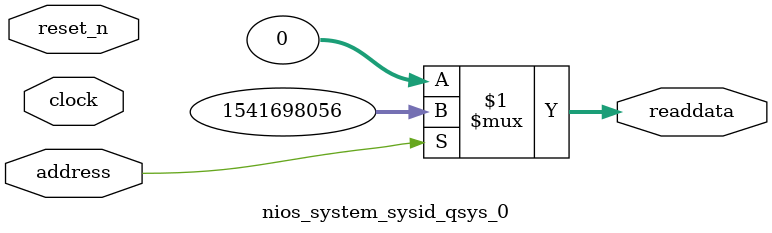
<source format=v>



// synthesis translate_off
`timescale 1ns / 1ps
// synthesis translate_on

// turn off superfluous verilog processor warnings 
// altera message_level Level1 
// altera message_off 10034 10035 10036 10037 10230 10240 10030 

module nios_system_sysid_qsys_0 (
               // inputs:
                address,
                clock,
                reset_n,

               // outputs:
                readdata
             )
;

  output  [ 31: 0] readdata;
  input            address;
  input            clock;
  input            reset_n;

  wire    [ 31: 0] readdata;
  //control_slave, which is an e_avalon_slave
  assign readdata = address ? 1541698056 : 0;

endmodule



</source>
